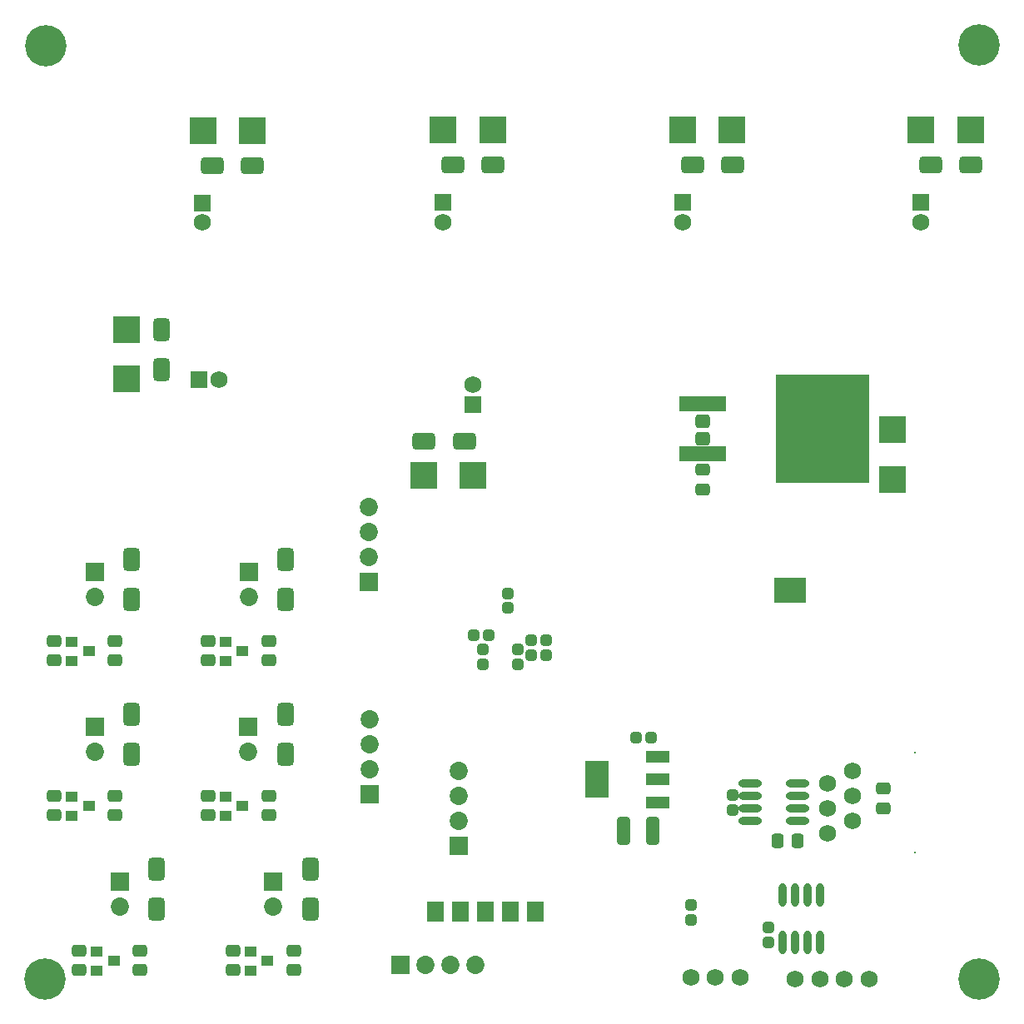
<source format=gbs>
G04*
G04 #@! TF.GenerationSoftware,Altium Limited,Altium Designer,20.1.7 (139)*
G04*
G04 Layer_Color=3368601*
%FSLAX44Y44*%
%MOMM*%
G71*
G04*
G04 #@! TF.SameCoordinates,741834D1-4314-455D-B734-137E6C24AB52*
G04*
G04*
G04 #@! TF.FilePolarity,Negative*
G04*
G01*
G75*
G04:AMPARAMS|DCode=49|XSize=1.4732mm|YSize=1.1532mm|CornerRadius=0.2441mm|HoleSize=0mm|Usage=FLASHONLY|Rotation=0.000|XOffset=0mm|YOffset=0mm|HoleType=Round|Shape=RoundedRectangle|*
%AMROUNDEDRECTD49*
21,1,1.4732,0.6650,0,0,0.0*
21,1,0.9850,1.1532,0,0,0.0*
1,1,0.4882,0.4925,-0.3325*
1,1,0.4882,-0.4925,-0.3325*
1,1,0.4882,-0.4925,0.3325*
1,1,0.4882,0.4925,0.3325*
%
%ADD49ROUNDEDRECTD49*%
G04:AMPARAMS|DCode=61|XSize=1.4732mm|YSize=1.1532mm|CornerRadius=0.2441mm|HoleSize=0mm|Usage=FLASHONLY|Rotation=90.000|XOffset=0mm|YOffset=0mm|HoleType=Round|Shape=RoundedRectangle|*
%AMROUNDEDRECTD61*
21,1,1.4732,0.6650,0,0,90.0*
21,1,0.9850,1.1532,0,0,90.0*
1,1,0.4882,0.3325,0.4925*
1,1,0.4882,0.3325,-0.4925*
1,1,0.4882,-0.3325,-0.4925*
1,1,0.4882,-0.3325,0.4925*
%
%ADD61ROUNDEDRECTD61*%
%ADD62R,9.6012X11.0236*%
%ADD63R,4.8514X1.5748*%
G04:AMPARAMS|DCode=64|XSize=2.4032mm|YSize=1.7532mm|CornerRadius=0.4891mm|HoleSize=0mm|Usage=FLASHONLY|Rotation=270.000|XOffset=0mm|YOffset=0mm|HoleType=Round|Shape=RoundedRectangle|*
%AMROUNDEDRECTD64*
21,1,2.4032,0.7750,0,0,270.0*
21,1,1.4250,1.7532,0,0,270.0*
1,1,0.9782,-0.3875,-0.7125*
1,1,0.9782,-0.3875,0.7125*
1,1,0.9782,0.3875,0.7125*
1,1,0.9782,0.3875,-0.7125*
%
%ADD64ROUNDEDRECTD64*%
G04:AMPARAMS|DCode=65|XSize=1.1032mm|YSize=1.1032mm|CornerRadius=0.2366mm|HoleSize=0mm|Usage=FLASHONLY|Rotation=270.000|XOffset=0mm|YOffset=0mm|HoleType=Round|Shape=RoundedRectangle|*
%AMROUNDEDRECTD65*
21,1,1.1032,0.6300,0,0,270.0*
21,1,0.6300,1.1032,0,0,270.0*
1,1,0.4732,-0.3150,-0.3150*
1,1,0.4732,-0.3150,0.3150*
1,1,0.4732,0.3150,0.3150*
1,1,0.4732,0.3150,-0.3150*
%
%ADD65ROUNDEDRECTD65*%
G04:AMPARAMS|DCode=66|XSize=1.4732mm|YSize=1.3532mm|CornerRadius=0.2741mm|HoleSize=0mm|Usage=FLASHONLY|Rotation=180.000|XOffset=0mm|YOffset=0mm|HoleType=Round|Shape=RoundedRectangle|*
%AMROUNDEDRECTD66*
21,1,1.4732,0.8050,0,0,180.0*
21,1,0.9250,1.3532,0,0,180.0*
1,1,0.5482,-0.4625,0.4025*
1,1,0.5482,0.4625,0.4025*
1,1,0.5482,0.4625,-0.4025*
1,1,0.5482,-0.4625,-0.4025*
%
%ADD66ROUNDEDRECTD66*%
G04:AMPARAMS|DCode=68|XSize=2.9032mm|YSize=1.3532mm|CornerRadius=0.3891mm|HoleSize=0mm|Usage=FLASHONLY|Rotation=270.000|XOffset=0mm|YOffset=0mm|HoleType=Round|Shape=RoundedRectangle|*
%AMROUNDEDRECTD68*
21,1,2.9032,0.5750,0,0,270.0*
21,1,2.1250,1.3532,0,0,270.0*
1,1,0.7782,-0.2875,-1.0625*
1,1,0.7782,-0.2875,1.0625*
1,1,0.7782,0.2875,1.0625*
1,1,0.7782,0.2875,-1.0625*
%
%ADD68ROUNDEDRECTD68*%
%ADD69R,1.8532X1.8532*%
%ADD70C,1.8532*%
%ADD71R,2.7432X2.7432*%
%ADD72R,2.7432X2.7432*%
%ADD73C,1.8542*%
%ADD74R,1.8542X1.8542*%
%ADD75R,1.7272X1.7272*%
%ADD76C,1.7272*%
%ADD77R,3.3032X2.6032*%
%ADD78R,1.7032X2.0032*%
%ADD79C,0.2032*%
%ADD80R,1.8542X1.8542*%
%ADD81R,1.7272X1.7272*%
%ADD82C,4.2032*%
%ADD83C,1.4732*%
G04:AMPARAMS|DCode=109|XSize=2.4032mm|YSize=1.7532mm|CornerRadius=0.4891mm|HoleSize=0mm|Usage=FLASHONLY|Rotation=180.000|XOffset=0mm|YOffset=0mm|HoleType=Round|Shape=RoundedRectangle|*
%AMROUNDEDRECTD109*
21,1,2.4032,0.7750,0,0,180.0*
21,1,1.4250,1.7532,0,0,180.0*
1,1,0.9782,-0.7125,0.3875*
1,1,0.9782,0.7125,0.3875*
1,1,0.9782,0.7125,-0.3875*
1,1,0.9782,-0.7125,-0.3875*
%
%ADD109ROUNDEDRECTD109*%
G04:AMPARAMS|DCode=110|XSize=1.1032mm|YSize=1.1032mm|CornerRadius=0.2366mm|HoleSize=0mm|Usage=FLASHONLY|Rotation=180.000|XOffset=0mm|YOffset=0mm|HoleType=Round|Shape=RoundedRectangle|*
%AMROUNDEDRECTD110*
21,1,1.1032,0.6300,0,0,180.0*
21,1,0.6300,1.1032,0,0,180.0*
1,1,0.4732,-0.3150,0.3150*
1,1,0.4732,0.3150,0.3150*
1,1,0.4732,0.3150,-0.3150*
1,1,0.4732,-0.3150,-0.3150*
%
%ADD110ROUNDEDRECTD110*%
%ADD111O,0.8032X2.4032*%
%ADD112R,2.3532X1.3032*%
%ADD113R,2.3532X1.3032*%
%ADD114R,2.3532X3.7032*%
%ADD115O,2.4032X0.8032*%
%ADD116R,1.1752X1.0052*%
D49*
X1614170Y263238D02*
D03*
Y243238D02*
D03*
X1744980Y578198D02*
D03*
Y558198D02*
D03*
X1770380Y263238D02*
D03*
Y243238D02*
D03*
X1588770Y420718D02*
D03*
Y400718D02*
D03*
X1744980Y420718D02*
D03*
Y400718D02*
D03*
X1588770Y578198D02*
D03*
Y558198D02*
D03*
X1676240Y243238D02*
D03*
Y263238D02*
D03*
X1807050Y558198D02*
D03*
Y578198D02*
D03*
X1832450Y243238D02*
D03*
Y263238D02*
D03*
X1650840Y400718D02*
D03*
Y420718D02*
D03*
X1807050Y400718D02*
D03*
Y420718D02*
D03*
X1650840Y558198D02*
D03*
Y578198D02*
D03*
X2432268Y407924D02*
D03*
Y427924D02*
D03*
X2247900Y732188D02*
D03*
Y752188D02*
D03*
D61*
X2324478Y374744D02*
D03*
X2344478D02*
D03*
D62*
X2370276Y793623D02*
D03*
D63*
X2248392Y768223D02*
D03*
Y819023D02*
D03*
D64*
X1692910Y305128D02*
D03*
Y346128D02*
D03*
X1823720Y620088D02*
D03*
Y661088D02*
D03*
X1849120Y305128D02*
D03*
Y346128D02*
D03*
X1667510Y462608D02*
D03*
Y503608D02*
D03*
X1823720Y462608D02*
D03*
Y503608D02*
D03*
X1667510Y620088D02*
D03*
Y661088D02*
D03*
X1697990Y854022D02*
D03*
Y895022D02*
D03*
D65*
X2030760Y583601D02*
D03*
X2015760D02*
D03*
X2089180Y563281D02*
D03*
X2074180D02*
D03*
X2089180Y578521D02*
D03*
X2074180D02*
D03*
X2195710Y480060D02*
D03*
X2180710D02*
D03*
D66*
X2247900Y801988D02*
D03*
Y783988D02*
D03*
D68*
X2197874Y384840D02*
D03*
X2167874D02*
D03*
D69*
X1811528Y333756D02*
D03*
X1655318Y333502D02*
D03*
X1786128Y491236D02*
D03*
X1629918Y490982D02*
D03*
X1786636Y648208D02*
D03*
X1629918Y648462D02*
D03*
D70*
X1811528Y308356D02*
D03*
X1655318Y308102D02*
D03*
X1786128Y465836D02*
D03*
X1629918Y465582D02*
D03*
X1786636Y622808D02*
D03*
X1629918Y623062D02*
D03*
D71*
X1662176Y895096D02*
D03*
Y844804D02*
D03*
X2440940Y742696D02*
D03*
Y792988D02*
D03*
D72*
X1740154Y1097280D02*
D03*
X1790446D02*
D03*
X2034794Y1097534D02*
D03*
X1984502D02*
D03*
X2278126Y1097788D02*
D03*
X2227834D02*
D03*
X2520696Y1097534D02*
D03*
X2470404D02*
D03*
X1964436Y746252D02*
D03*
X2014728D02*
D03*
D73*
X1909064Y689356D02*
D03*
Y663956D02*
D03*
Y714756D02*
D03*
X1909318Y473456D02*
D03*
Y448056D02*
D03*
Y498856D02*
D03*
X2000504Y420370D02*
D03*
Y394970D02*
D03*
Y445770D02*
D03*
X2016760Y248920D02*
D03*
X1965960D02*
D03*
X1991360D02*
D03*
D74*
X1909064Y638556D02*
D03*
X1909318Y422656D02*
D03*
X2000504Y369570D02*
D03*
D75*
X2014982Y818454D02*
D03*
X2469896Y1023874D02*
D03*
X2227834D02*
D03*
X1983994D02*
D03*
X1739646Y1023620D02*
D03*
D76*
X2014982Y838454D02*
D03*
X2367374Y234732D02*
D03*
X2342374D02*
D03*
X2392374D02*
D03*
X2417374D02*
D03*
X2286094Y236002D02*
D03*
X2261094D02*
D03*
X2236094D02*
D03*
X2375118Y382314D02*
D03*
X2400518Y395014D02*
D03*
X2375118Y407714D02*
D03*
X2400518Y420414D02*
D03*
X2375118Y433114D02*
D03*
X2400518Y445814D02*
D03*
X2469896Y1003874D02*
D03*
X2227834D02*
D03*
X1983994D02*
D03*
X1739646Y1003620D02*
D03*
X1756156Y843788D02*
D03*
D77*
X2336800Y629848D02*
D03*
D78*
X1976374Y303022D02*
D03*
X2077974D02*
D03*
X2052574D02*
D03*
X2027174D02*
D03*
X2001774D02*
D03*
D79*
X2464018Y363314D02*
D03*
Y464914D02*
D03*
D80*
X1940560Y248920D02*
D03*
D81*
X1736156Y843788D02*
D03*
D82*
X2529544Y1184424D02*
D03*
X1579880Y1183640D02*
D03*
X1579544Y234424D02*
D03*
X2529544D02*
D03*
D83*
X2343150Y629848D02*
D03*
X2330450D02*
D03*
D109*
X1964764Y781558D02*
D03*
X2005764D02*
D03*
X2479876Y1061974D02*
D03*
X2520876D02*
D03*
X2237814D02*
D03*
X2278814D02*
D03*
X1993974D02*
D03*
X2034974D02*
D03*
X1749626Y1061720D02*
D03*
X1790626D02*
D03*
D110*
X2060090Y569511D02*
D03*
Y554510D02*
D03*
X2049930Y611660D02*
D03*
Y626661D02*
D03*
X2025038Y554257D02*
D03*
Y569257D02*
D03*
X2315304Y271682D02*
D03*
Y286682D02*
D03*
X2236564Y294302D02*
D03*
Y309302D02*
D03*
X2278598Y421614D02*
D03*
Y406614D02*
D03*
D111*
X2329180Y319780D02*
D03*
X2341880D02*
D03*
X2354580D02*
D03*
X2367280D02*
D03*
X2329180Y271780D02*
D03*
X2341880D02*
D03*
X2354580D02*
D03*
X2367280D02*
D03*
D112*
X2202700Y460134D02*
D03*
Y414134D02*
D03*
D113*
Y437134D02*
D03*
D114*
X2140700Y437134D02*
D03*
D115*
X2296420Y394970D02*
D03*
Y407670D02*
D03*
Y420370D02*
D03*
Y433070D02*
D03*
X2344420Y394970D02*
D03*
Y407670D02*
D03*
Y420370D02*
D03*
Y433070D02*
D03*
D116*
X1649650Y252578D02*
D03*
X1631950Y243078D02*
D03*
Y262078D02*
D03*
X1780460Y567538D02*
D03*
X1762760Y558038D02*
D03*
Y577038D02*
D03*
X1805860Y252578D02*
D03*
X1788160Y243078D02*
D03*
Y262078D02*
D03*
X1624250Y410058D02*
D03*
X1606550Y400558D02*
D03*
Y419558D02*
D03*
X1780460Y410058D02*
D03*
X1762760Y400558D02*
D03*
Y419558D02*
D03*
X1624250Y567538D02*
D03*
X1606550Y558038D02*
D03*
Y577038D02*
D03*
M02*

</source>
